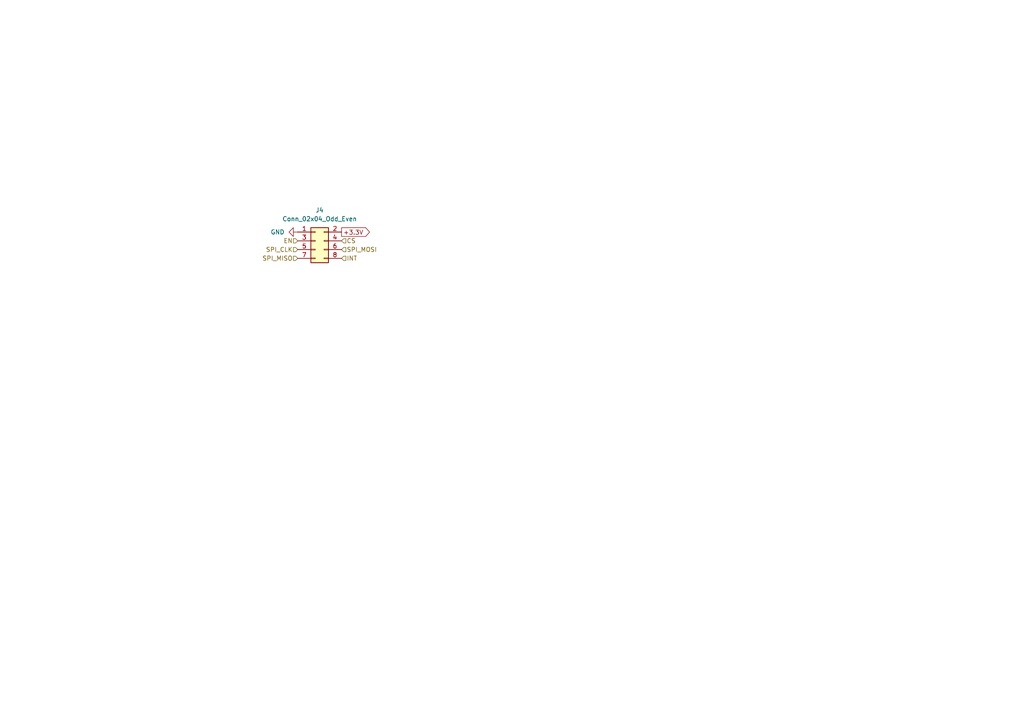
<source format=kicad_sch>
(kicad_sch (version 20250114) (generator "eeschema") (generator_version "9.0")
  (paper "A4")
  (lib_symbols
    (symbol "Connector_Generic:Conn_02x04_Odd_Even" (pin_names (offset 1.016) (hide yes))
      (property "Reference" "J" (at 1.27 5.08 0))
      (property "Value" "Conn_02x04_Odd_Even" (at 1.27 -7.62 0))
      (symbol "Conn_02x04_Odd_Even_1_1"
        (rectangle (start -1.27 3.81) (end 3.81 -6.35) (stroke (width 0.254)) (fill (type background)))
        (rectangle (start -1.27 2.667) (end 0 2.413) (stroke (width 0.1524)))
        (rectangle (start -1.27 0.127) (end 0 -0.127) (stroke (width 0.1524)))
        (rectangle (start -1.27 -2.413) (end 0 -2.667) (stroke (width 0.1524)))
        (rectangle (start -1.27 -4.953) (end 0 -5.207) (stroke (width 0.1524)))
        (rectangle (start 3.81 2.667) (end 2.54 2.413) (stroke (width 0.1524)))
        (rectangle (start 3.81 0.127) (end 2.54 -0.127) (stroke (width 0.1524)))
        (rectangle (start 3.81 -2.413) (end 2.54 -2.667) (stroke (width 0.1524)))
        (rectangle (start 3.81 -4.953) (end 2.54 -5.207) (stroke (width 0.1524)))
        (pin passive line (at -5.08 2.54 0) (length 3.81) (name "Pin_1") (number "1"))
        (pin passive line (at -5.08 0 0) (length 3.81) (name "Pin_3") (number "3"))
        (pin passive line (at -5.08 -2.54 0) (length 3.81) (name "Pin_5") (number "5"))
        (pin passive line (at -5.08 -5.08 0) (length 3.81) (name "Pin_7") (number "7"))
        (pin passive line (at 7.62 2.54 180) (length 3.81) (name "Pin_2") (number "2"))
        (pin passive line (at 7.62 0 180) (length 3.81) (name "Pin_4") (number "4"))
        (pin passive line (at 7.62 -2.54 180) (length 3.81) (name "Pin_6") (number "6"))
        (pin passive line (at 7.62 -5.08 180) (length 3.81) (name "Pin_8") (number "8"))
      )
    )
    (symbol "power:GND" (power) (pin_numbers (hide yes)) (pin_names (offset 0) (hide yes))
      (property "Value" "GND" (at 0 -3.81 0))
      (symbol "GND_0_1"
        (polyline (pts (xy 0 0) (xy 0 -1.27) (xy 1.27 -1.27) (xy 0 -2.54) (xy -1.27 -1.27) (xy 0 -1.27)))
      )
      (symbol "GND_1_1"
        (pin power_in line (at 0 0 270) (length 0) (name "~") (number "1"))
      )
    )
  )
  (global_label "+3.3V" (shape output) (at 99.06 67.31 0) (property "Intersheetrefs" "${INTERSHEET_REFS}" (effects (hide yes))))
  (hierarchical_label "SPI_MISO" (shape input) (at 86.36 74.93 180))
  (hierarchical_label "EN" (shape input) (at 86.36 69.85 180))
  (hierarchical_label "CS" (shape input) (at 99.06 69.85 0))
  (hierarchical_label "SPI_CLK" (shape input) (at 86.36 72.39 180))
  (hierarchical_label "INT" (shape input) (at 99.06 74.93 0))
  (hierarchical_label "SPI_MOSI" (shape input) (at 99.06 72.39 0))
  (symbol (lib_id "Connector_Generic:Conn_02x04_Odd_Even") (at 91.44 69.85 0) (unit 1)
    (property "Reference" "J4" (at 92.71 60.96 0))
    (property "Value" "Conn_02x04_Odd_Even" (at 92.71 63.5 0))
    (property "Footprint" "Connector_PinHeader_2.54mm:PinHeader_2x04_P2.54mm_Vertical" (effects (hide yes)))
    (property "Description" "Generic connector, double row, 02x04, odd/even pin numbering scheme (row 1 odd numbers, row 2 even numbers), script generated (kicad-library-utils/schlib/autogen/connector/)" (effects (hide yes)))
  )
  (symbol (lib_id "power:GND") (at 86.36 67.31 270) (unit 1)
    (property "Reference" "#PWR030" (effects (hide yes)))
    (property "Value" "GND" (at 82.55 67.3099 90) (effects (justify right)))
    (property "Description" "Power symbol creates a global label with name \"GND\" , ground" (effects (hide yes)))
  )
)
</source>
